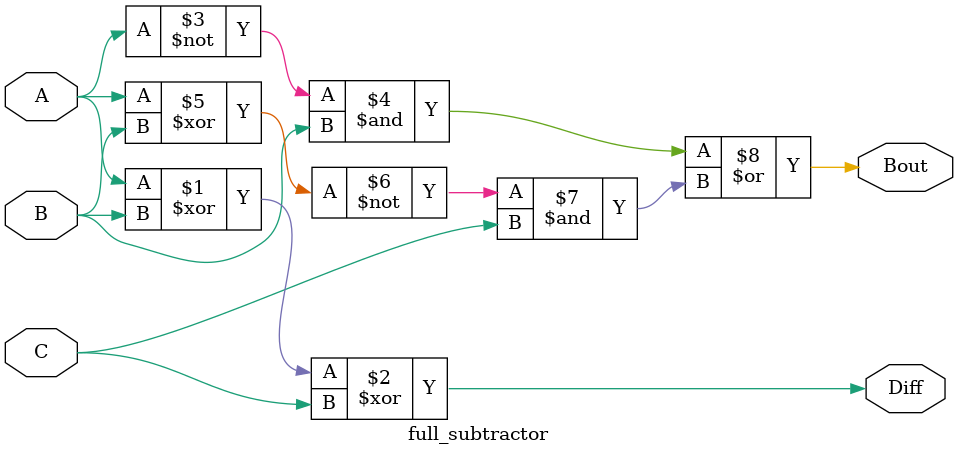
<source format=v>
`timescale 1ns / 1ps


module full_subtractor (
    input A,
    input B,
    input C,
    output Diff,
    output Bout
);
    assign Diff = A ^ B ^ C;
    assign Bout = (~A & B) | (~(A ^ B) & C);
endmodule

</source>
